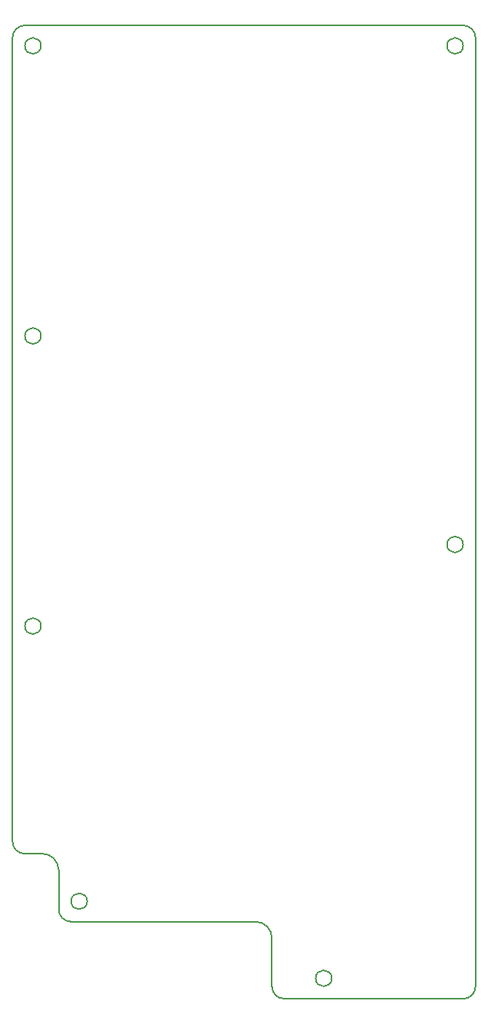
<source format=gbr>
G04 #@! TF.GenerationSoftware,KiCad,Pcbnew,5.1.2-f72e74a~84~ubuntu18.04.1*
G04 #@! TF.CreationDate,2019-07-18T11:25:25-04:00*
G04 #@! TF.ProjectId,Joe,4a6f652e-6b69-4636-9164-5f7063625858,rev?*
G04 #@! TF.SameCoordinates,Original*
G04 #@! TF.FileFunction,Profile,NP*
%FSLAX46Y46*%
G04 Gerber Fmt 4.6, Leading zero omitted, Abs format (unit mm)*
G04 Created by KiCad (PCBNEW 5.1.2-f72e74a~84~ubuntu18.04.1) date 2019-07-18 11:25:25*
%MOMM*%
%LPD*%
G04 APERTURE LIST*
%ADD10C,0.200000*%
G04 APERTURE END LIST*
D10*
X-43886000Y-50925000D02*
G75*
G03X-43886000Y-50925000I-889000J0D01*
G01*
X-48986000Y-20575000D02*
G75*
G03X-48986000Y-20575000I-889000J0D01*
G01*
X-48986000Y11425000D02*
G75*
G03X-48986000Y11425000I-889000J0D01*
G01*
X-48986000Y43425000D02*
G75*
G03X-48986000Y43425000I-889000J0D01*
G01*
X-2404750Y43425000D02*
G75*
G03X-2404750Y43425000I-889000J0D01*
G01*
X-2404750Y-11575000D02*
G75*
G03X-2404750Y-11575000I-889000J0D01*
G01*
X-16904750Y-59425000D02*
G75*
G03X-16904750Y-59425000I-889000J0D01*
G01*
X-23495000Y-55012500D02*
X-23495000Y-60337500D01*
X-25332500Y-53175000D02*
G75*
G02X-23495000Y-55012500I0J-1837500D01*
G01*
X-25332500Y-53175000D02*
X-45687500Y-53175000D01*
X-45687500Y-53175000D02*
G75*
G02X-47025000Y-51837500I0J1337500D01*
G01*
X-47025000Y-51837500D02*
X-47025000Y-47512500D01*
X-48862500Y-45675000D02*
G75*
G02X-47025000Y-47512500I0J-1837500D01*
G01*
X-48862500Y-45675000D02*
X-50787500Y-45675000D01*
X-50787498Y-45675000D02*
G75*
G02X-52125000Y-44337500I-1J1337501D01*
G01*
X-52125000Y-44337500D02*
X-52125000Y44337500D01*
X-52125000Y44337500D02*
G75*
G02X-50787500Y45675000I1337500J0D01*
G01*
X-50787500Y45675000D02*
X-2381250Y45675000D01*
X-2381250Y45675000D02*
G75*
G02X-1043750Y44337500I0J-1337500D01*
G01*
X-1043750Y44337500D02*
X-1043750Y-60337500D01*
X-1043750Y-60337500D02*
G75*
G02X-2381250Y-61675000I-1337500J0D01*
G01*
X-2381250Y-61675000D02*
X-22157500Y-61675000D01*
X-22157500Y-61675000D02*
G75*
G02X-23495000Y-60337500I0J1337500D01*
G01*
M02*

</source>
